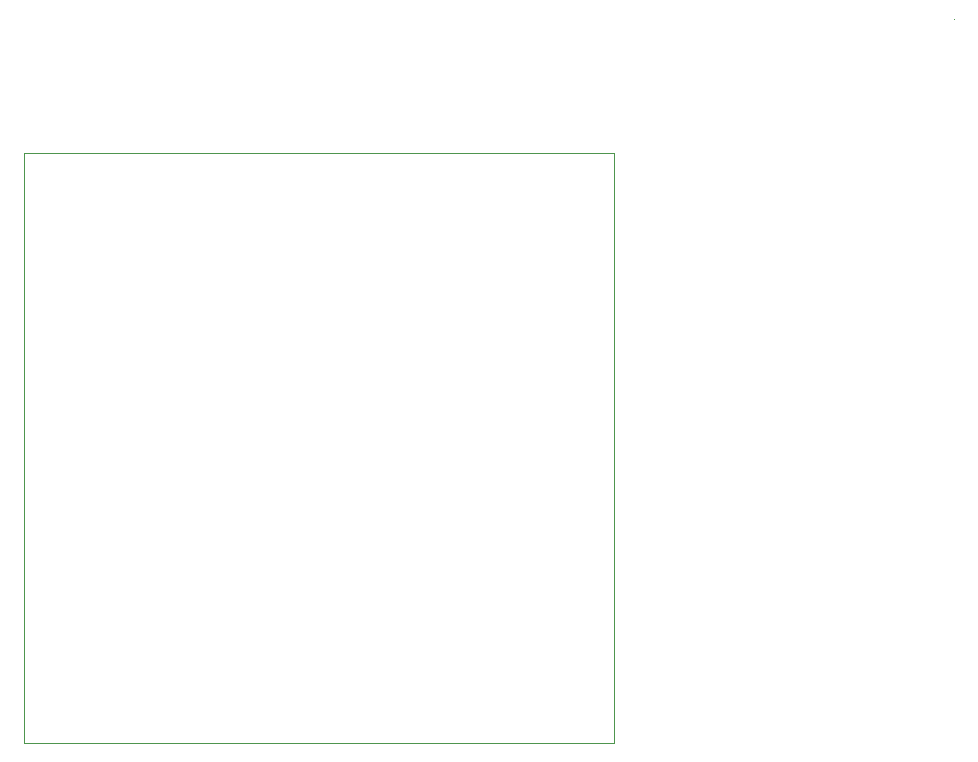
<source format=gbr>
G04 (created by PCBNEW (2013-mar-13)-testing) date Thu 06 Mar 2014 12:46:27 CET*
%MOIN*%
G04 Gerber Fmt 3.4, Leading zero omitted, Abs format*
%FSLAX34Y34*%
G01*
G70*
G90*
G04 APERTURE LIST*
%ADD10C,0.005906*%
%ADD11C,0.003937*%
G04 APERTURE END LIST*
G54D10*
G54D11*
X59000Y-14500D02*
G75*
G03X59000Y-14500I0J0D01*
G74*
G01*
X58999Y-14500D02*
X59000Y-14500D01*
X59000Y-14499D02*
X59000Y-14500D01*
X27981Y-38647D02*
X27981Y-18962D01*
X47666Y-38647D02*
X27981Y-38647D01*
X47666Y-18962D02*
X47666Y-38647D01*
X27981Y-18962D02*
X47666Y-18962D01*
M02*

</source>
